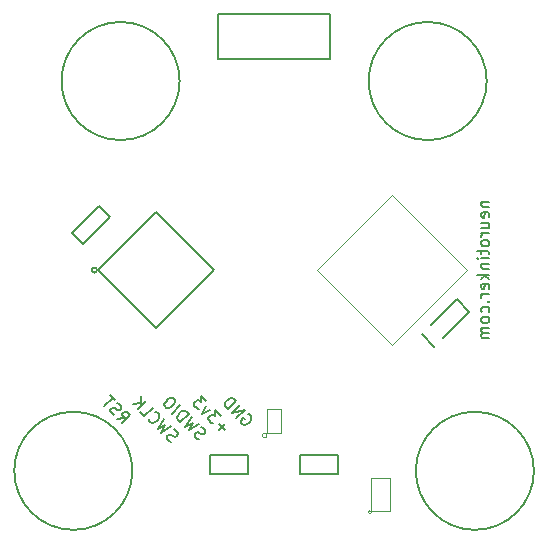
<source format=gbr>
G04 #@! TF.FileFunction,Legend,Bot*
%FSLAX46Y46*%
G04 Gerber Fmt 4.6, Leading zero omitted, Abs format (unit mm)*
G04 Created by KiCad (PCBNEW 4.0.7-e2-6376~58~ubuntu14.04.1) date Wed May 23 17:08:04 2018*
%MOMM*%
%LPD*%
G01*
G04 APERTURE LIST*
%ADD10C,0.100000*%
%ADD11C,0.140000*%
%ADD12C,0.200000*%
%ADD13C,0.150000*%
G04 APERTURE END LIST*
D10*
D11*
X128311761Y-89184690D02*
X128412776Y-89218362D01*
X128513792Y-89319377D01*
X128581136Y-89454065D01*
X128581136Y-89588752D01*
X128547464Y-89689767D01*
X128446449Y-89858126D01*
X128345433Y-89959141D01*
X128177074Y-90060157D01*
X128076059Y-90093828D01*
X127941372Y-90093828D01*
X127806685Y-90026484D01*
X127739341Y-89959141D01*
X127671998Y-89824454D01*
X127671998Y-89757110D01*
X127907700Y-89521408D01*
X128042387Y-89656095D01*
X127301609Y-89521408D02*
X128008716Y-88814302D01*
X126897548Y-89117347D01*
X127604654Y-88410240D01*
X126560831Y-88780630D02*
X127267937Y-88073523D01*
X127099579Y-87905164D01*
X126964891Y-87837820D01*
X126830204Y-87837820D01*
X126729189Y-87871492D01*
X126560831Y-87972507D01*
X126459815Y-88073523D01*
X126358800Y-88241882D01*
X126325128Y-88342897D01*
X126325128Y-88477584D01*
X126392472Y-88612271D01*
X126560831Y-88780630D01*
X126344181Y-90565233D02*
X125805433Y-90026485D01*
X125805433Y-90565232D02*
X126344181Y-90026484D01*
X125973792Y-89319378D02*
X125536059Y-88881645D01*
X125502388Y-89386721D01*
X125401372Y-89285706D01*
X125300357Y-89252034D01*
X125233014Y-89252034D01*
X125131998Y-89285706D01*
X124963639Y-89454065D01*
X124929968Y-89555080D01*
X124929968Y-89622424D01*
X124963639Y-89723439D01*
X125165670Y-89925470D01*
X125266685Y-89959141D01*
X125334029Y-89959141D01*
X125064655Y-88881645D02*
X124424892Y-89184691D01*
X124727937Y-88544927D01*
X124761609Y-88107195D02*
X124323876Y-87669462D01*
X124290205Y-88174538D01*
X124189189Y-88073522D01*
X124088174Y-88039851D01*
X124020831Y-88039851D01*
X123919815Y-88073523D01*
X123751456Y-88241882D01*
X123717784Y-88342897D01*
X123717784Y-88410240D01*
X123751456Y-88511255D01*
X123953487Y-88713286D01*
X124054502Y-88746958D01*
X124121846Y-88746958D01*
X124107227Y-91339683D02*
X123972540Y-91272339D01*
X123804180Y-91103980D01*
X123770509Y-91002965D01*
X123770509Y-90935621D01*
X123804180Y-90834606D01*
X123871524Y-90767263D01*
X123972539Y-90733591D01*
X124039882Y-90733591D01*
X124140898Y-90767262D01*
X124309258Y-90868278D01*
X124410273Y-90901950D01*
X124477616Y-90901950D01*
X124578631Y-90868278D01*
X124645975Y-90800934D01*
X124679647Y-90699919D01*
X124679647Y-90632576D01*
X124645975Y-90531561D01*
X124477616Y-90363201D01*
X124342929Y-90295858D01*
X124140898Y-90026484D02*
X123265433Y-90565232D01*
X123635822Y-89925468D01*
X122996059Y-90295858D01*
X123534807Y-89420393D01*
X122558326Y-89858126D02*
X123265433Y-89151019D01*
X123097074Y-88982660D01*
X122962387Y-88915316D01*
X122827700Y-88915316D01*
X122726685Y-88948988D01*
X122558326Y-89050003D01*
X122457310Y-89151019D01*
X122356295Y-89319377D01*
X122322623Y-89420393D01*
X122322623Y-89555079D01*
X122389968Y-89689767D01*
X122558326Y-89858126D01*
X121851219Y-89151019D02*
X122558326Y-88443912D01*
X122086922Y-87972508D02*
X121952235Y-87837820D01*
X121851219Y-87804149D01*
X121716533Y-87804149D01*
X121548174Y-87905164D01*
X121312471Y-88140867D01*
X121211456Y-88309225D01*
X121211456Y-88443912D01*
X121245128Y-88544927D01*
X121379815Y-88679615D01*
X121480831Y-88713286D01*
X121615517Y-88713286D01*
X121783876Y-88612271D01*
X122019579Y-88376569D01*
X122120594Y-88208210D01*
X122120594Y-88073523D01*
X122086922Y-87972508D01*
X121769258Y-91541714D02*
X121634571Y-91474370D01*
X121466211Y-91306011D01*
X121432540Y-91204996D01*
X121432540Y-91137652D01*
X121466211Y-91036637D01*
X121533555Y-90969294D01*
X121634570Y-90935622D01*
X121701914Y-90935622D01*
X121802929Y-90969293D01*
X121971289Y-91070309D01*
X122072304Y-91103981D01*
X122139647Y-91103981D01*
X122240662Y-91070309D01*
X122308006Y-91002965D01*
X122341678Y-90901950D01*
X122341678Y-90834607D01*
X122308006Y-90733592D01*
X122139647Y-90565232D01*
X122004960Y-90497889D01*
X121802929Y-90228515D02*
X120927464Y-90767263D01*
X121297853Y-90127499D01*
X120658090Y-90497889D01*
X121196838Y-89622424D01*
X119883639Y-89588752D02*
X119883639Y-89656095D01*
X119950983Y-89790782D01*
X120018326Y-89858126D01*
X120153014Y-89925470D01*
X120287701Y-89925470D01*
X120388716Y-89891798D01*
X120557074Y-89790783D01*
X120658090Y-89689767D01*
X120759105Y-89521408D01*
X120792777Y-89420393D01*
X120792777Y-89285706D01*
X120725433Y-89151019D01*
X120658090Y-89083675D01*
X120523403Y-89016332D01*
X120456059Y-89016332D01*
X119176533Y-89016332D02*
X119513250Y-89353050D01*
X120220357Y-88645943D01*
X118940831Y-88780630D02*
X119647937Y-88073523D01*
X118536769Y-88376569D02*
X119243877Y-88275553D01*
X119243876Y-87669462D02*
X119243876Y-88477584D01*
X117208952Y-89588752D02*
X117781373Y-89487737D01*
X117613014Y-89992813D02*
X118320121Y-89285706D01*
X118050746Y-89016332D01*
X117949731Y-88982660D01*
X117882388Y-88982660D01*
X117781372Y-89016332D01*
X117680357Y-89117347D01*
X117646685Y-89218362D01*
X117646685Y-89285706D01*
X117680357Y-89386721D01*
X117949732Y-89656095D01*
X116973250Y-89285706D02*
X116838564Y-89218363D01*
X116670204Y-89050004D01*
X116636533Y-88948988D01*
X116636533Y-88881645D01*
X116670204Y-88780630D01*
X116737548Y-88713286D01*
X116838563Y-88679615D01*
X116905906Y-88679615D01*
X117006922Y-88713286D01*
X117175281Y-88814302D01*
X117276297Y-88847973D01*
X117343640Y-88847973D01*
X117444655Y-88814302D01*
X117511999Y-88746958D01*
X117545670Y-88645943D01*
X117545670Y-88578600D01*
X117511999Y-88477584D01*
X117343639Y-88309225D01*
X117208952Y-88241882D01*
X117040594Y-88006180D02*
X116636533Y-87602118D01*
X116131457Y-88511256D02*
X116838564Y-87804149D01*
X148035678Y-71238095D02*
X148702345Y-71238095D01*
X148130916Y-71238095D02*
X148083297Y-71285714D01*
X148035678Y-71380952D01*
X148035678Y-71523810D01*
X148083297Y-71619048D01*
X148178535Y-71666667D01*
X148702345Y-71666667D01*
X148654726Y-72523810D02*
X148702345Y-72428572D01*
X148702345Y-72238095D01*
X148654726Y-72142857D01*
X148559488Y-72095238D01*
X148178535Y-72095238D01*
X148083297Y-72142857D01*
X148035678Y-72238095D01*
X148035678Y-72428572D01*
X148083297Y-72523810D01*
X148178535Y-72571429D01*
X148273774Y-72571429D01*
X148369012Y-72095238D01*
X148035678Y-73428572D02*
X148702345Y-73428572D01*
X148035678Y-73000000D02*
X148559488Y-73000000D01*
X148654726Y-73047619D01*
X148702345Y-73142857D01*
X148702345Y-73285715D01*
X148654726Y-73380953D01*
X148607107Y-73428572D01*
X148702345Y-73904762D02*
X148035678Y-73904762D01*
X148226154Y-73904762D02*
X148130916Y-73952381D01*
X148083297Y-74000000D01*
X148035678Y-74095238D01*
X148035678Y-74190477D01*
X148702345Y-74666667D02*
X148654726Y-74571429D01*
X148607107Y-74523810D01*
X148511869Y-74476191D01*
X148226154Y-74476191D01*
X148130916Y-74523810D01*
X148083297Y-74571429D01*
X148035678Y-74666667D01*
X148035678Y-74809525D01*
X148083297Y-74904763D01*
X148130916Y-74952382D01*
X148226154Y-75000001D01*
X148511869Y-75000001D01*
X148607107Y-74952382D01*
X148654726Y-74904763D01*
X148702345Y-74809525D01*
X148702345Y-74666667D01*
X148035678Y-75285715D02*
X148035678Y-75666667D01*
X147702345Y-75428572D02*
X148559488Y-75428572D01*
X148654726Y-75476191D01*
X148702345Y-75571429D01*
X148702345Y-75666667D01*
X148702345Y-76000001D02*
X148035678Y-76000001D01*
X147702345Y-76000001D02*
X147749964Y-75952382D01*
X147797583Y-76000001D01*
X147749964Y-76047620D01*
X147702345Y-76000001D01*
X147797583Y-76000001D01*
X148035678Y-76476191D02*
X148702345Y-76476191D01*
X148130916Y-76476191D02*
X148083297Y-76523810D01*
X148035678Y-76619048D01*
X148035678Y-76761906D01*
X148083297Y-76857144D01*
X148178535Y-76904763D01*
X148702345Y-76904763D01*
X148702345Y-77380953D02*
X147702345Y-77380953D01*
X148321393Y-77476191D02*
X148702345Y-77761906D01*
X148035678Y-77761906D02*
X148416631Y-77380953D01*
X148654726Y-78571430D02*
X148702345Y-78476192D01*
X148702345Y-78285715D01*
X148654726Y-78190477D01*
X148559488Y-78142858D01*
X148178535Y-78142858D01*
X148083297Y-78190477D01*
X148035678Y-78285715D01*
X148035678Y-78476192D01*
X148083297Y-78571430D01*
X148178535Y-78619049D01*
X148273774Y-78619049D01*
X148369012Y-78142858D01*
X148702345Y-79047620D02*
X148035678Y-79047620D01*
X148226154Y-79047620D02*
X148130916Y-79095239D01*
X148083297Y-79142858D01*
X148035678Y-79238096D01*
X148035678Y-79333335D01*
X148607107Y-79666668D02*
X148654726Y-79714287D01*
X148702345Y-79666668D01*
X148654726Y-79619049D01*
X148607107Y-79666668D01*
X148702345Y-79666668D01*
X148654726Y-80571430D02*
X148702345Y-80476192D01*
X148702345Y-80285715D01*
X148654726Y-80190477D01*
X148607107Y-80142858D01*
X148511869Y-80095239D01*
X148226154Y-80095239D01*
X148130916Y-80142858D01*
X148083297Y-80190477D01*
X148035678Y-80285715D01*
X148035678Y-80476192D01*
X148083297Y-80571430D01*
X148702345Y-81142858D02*
X148654726Y-81047620D01*
X148607107Y-81000001D01*
X148511869Y-80952382D01*
X148226154Y-80952382D01*
X148130916Y-81000001D01*
X148083297Y-81047620D01*
X148035678Y-81142858D01*
X148035678Y-81285716D01*
X148083297Y-81380954D01*
X148130916Y-81428573D01*
X148226154Y-81476192D01*
X148511869Y-81476192D01*
X148607107Y-81428573D01*
X148654726Y-81380954D01*
X148702345Y-81285716D01*
X148702345Y-81142858D01*
X148702345Y-81904763D02*
X148035678Y-81904763D01*
X148130916Y-81904763D02*
X148083297Y-81952382D01*
X148035678Y-82047620D01*
X148035678Y-82190478D01*
X148083297Y-82285716D01*
X148178535Y-82333335D01*
X148702345Y-82333335D01*
X148178535Y-82333335D02*
X148083297Y-82380954D01*
X148035678Y-82476192D01*
X148035678Y-82619049D01*
X148083297Y-82714287D01*
X148178535Y-82761906D01*
X148702345Y-82761906D01*
D12*
X118499964Y-94000000D02*
G75*
G03X118499964Y-94000000I-5000000J0D01*
G01*
X122499964Y-61000000D02*
G75*
G03X122499964Y-61000000I-5000000J0D01*
G01*
X148499964Y-61000000D02*
G75*
G03X148499964Y-61000000I-5000000J0D01*
G01*
X152499964Y-94000000D02*
G75*
G03X152499964Y-94000000I-5000000J0D01*
G01*
D13*
X114328213Y-74790990D02*
X114328213Y-74790990D01*
X113408974Y-73871751D02*
X114328213Y-74790990D01*
X115671715Y-71609010D02*
X113408974Y-73871751D01*
X116590954Y-72528249D02*
X115671715Y-71609010D01*
X114328213Y-74790990D02*
X116590954Y-72528249D01*
D10*
X138758078Y-97500000D02*
G75*
G03X138758078Y-97500000I-158114J0D01*
G01*
X140299964Y-94600000D02*
X138699964Y-94600000D01*
X138699964Y-94600000D02*
X138699964Y-97400000D01*
X138699964Y-97400000D02*
X140299964Y-97400000D01*
X140299964Y-97400000D02*
X140299964Y-94600000D01*
X140499964Y-70636039D02*
X146863925Y-77000000D01*
X134136003Y-77000000D02*
X140499964Y-70636039D01*
X140499964Y-83363961D02*
X134136003Y-77000000D01*
X146863925Y-77000000D02*
X140499964Y-83363961D01*
D13*
X135274964Y-55300000D02*
X135274964Y-59100000D01*
X135274964Y-59100000D02*
X125724964Y-59100000D01*
X125724964Y-59100000D02*
X125724964Y-55300000D01*
X125724964Y-55300000D02*
X135274964Y-55300000D01*
X142984710Y-82454594D02*
X144045370Y-83515254D01*
X143762527Y-81676777D02*
X145954558Y-79484746D01*
X145954558Y-79484746D02*
X147015218Y-80545406D01*
X147015218Y-80545406D02*
X144823187Y-82737437D01*
D10*
X129899964Y-91000000D02*
G75*
G03X129899964Y-91000000I-200000J0D01*
G01*
X131099964Y-90800000D02*
X131099964Y-88800000D01*
X129899964Y-90800000D02*
X131099964Y-90800000D01*
X129899964Y-88800000D02*
X129899964Y-90800000D01*
X131099964Y-88800000D02*
X129899964Y-88800000D01*
D13*
X115490981Y-77000000D02*
G75*
G03X115490981Y-77000000I-223607J0D01*
G01*
X125449711Y-77000000D02*
X120499964Y-72050253D01*
X120499964Y-81949747D02*
X125449711Y-77000000D01*
X115550217Y-77000000D02*
X120499964Y-81949747D01*
X120499964Y-72050253D02*
X115550217Y-77000000D01*
X135899964Y-94300000D02*
X135899964Y-92700000D01*
X132699964Y-94300000D02*
X135899964Y-94300000D01*
X132699964Y-92700000D02*
X132699964Y-94300000D01*
X135899964Y-92700000D02*
X132699964Y-92700000D01*
X128299964Y-94300000D02*
X128299964Y-92700000D01*
X125099964Y-94300000D02*
X128299964Y-94300000D01*
X125099964Y-92700000D02*
X125099964Y-94300000D01*
X128299964Y-92700000D02*
X125099964Y-92700000D01*
M02*

</source>
